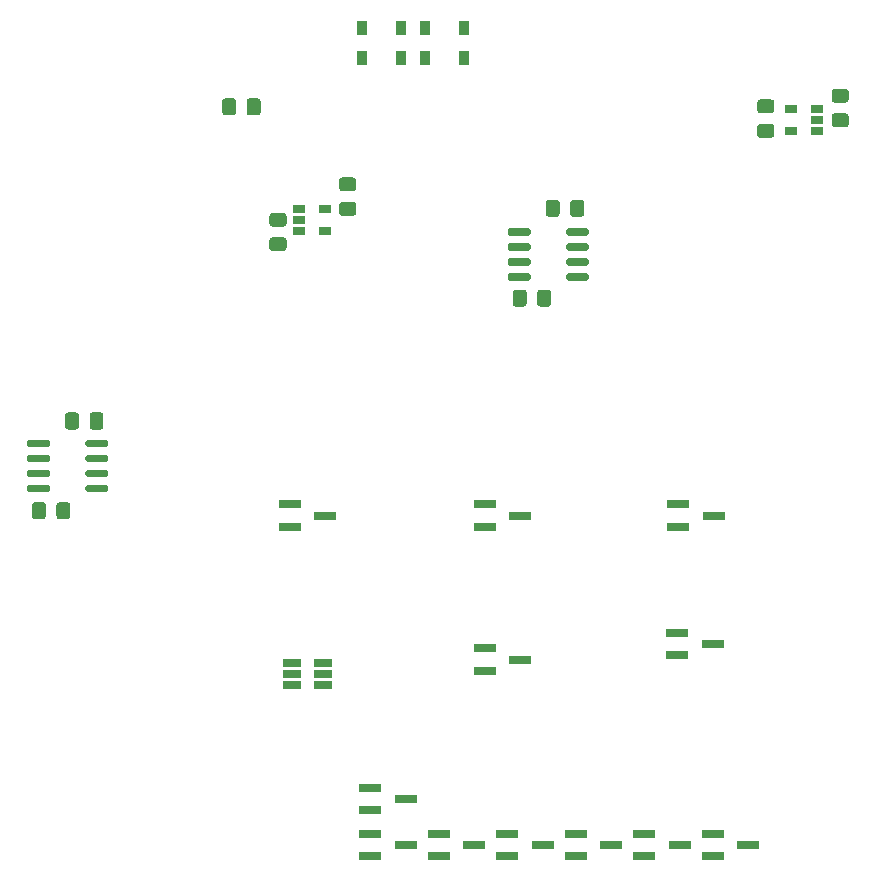
<source format=gbr>
G04 #@! TF.GenerationSoftware,KiCad,Pcbnew,(5.1.10)-1*
G04 #@! TF.CreationDate,2023-12-11T13:30:18-03:30*
G04 #@! TF.ProjectId,tight-distortion,74696768-742d-4646-9973-746f7274696f,rev?*
G04 #@! TF.SameCoordinates,Original*
G04 #@! TF.FileFunction,Paste,Top*
G04 #@! TF.FilePolarity,Positive*
%FSLAX46Y46*%
G04 Gerber Fmt 4.6, Leading zero omitted, Abs format (unit mm)*
G04 Created by KiCad (PCBNEW (5.1.10)-1) date 2023-12-11 13:30:18*
%MOMM*%
%LPD*%
G01*
G04 APERTURE LIST*
%ADD10R,0.900000X1.200000*%
%ADD11R,1.900000X0.800000*%
%ADD12R,1.560000X0.650000*%
%ADD13R,1.060000X0.650000*%
G04 APERTURE END LIST*
G04 #@! TO.C,C41*
G36*
G01*
X-37675000Y6475000D02*
X-37675000Y5525000D01*
G75*
G02*
X-37925000Y5275000I-250000J0D01*
G01*
X-38600000Y5275000D01*
G75*
G02*
X-38850000Y5525000I0J250000D01*
G01*
X-38850000Y6475000D01*
G75*
G02*
X-38600000Y6725000I250000J0D01*
G01*
X-37925000Y6725000D01*
G75*
G02*
X-37675000Y6475000I0J-250000D01*
G01*
G37*
G36*
G01*
X-39750000Y6475000D02*
X-39750000Y5525000D01*
G75*
G02*
X-40000000Y5275000I-250000J0D01*
G01*
X-40675000Y5275000D01*
G75*
G02*
X-40925000Y5525000I0J250000D01*
G01*
X-40925000Y6475000D01*
G75*
G02*
X-40675000Y6725000I250000J0D01*
G01*
X-40000000Y6725000D01*
G75*
G02*
X-39750000Y6475000I0J-250000D01*
G01*
G37*
G04 #@! TD*
G04 #@! TO.C,C42*
G36*
G01*
X-42550000Y-1125000D02*
X-42550000Y-2075000D01*
G75*
G02*
X-42800000Y-2325000I-250000J0D01*
G01*
X-43475000Y-2325000D01*
G75*
G02*
X-43725000Y-2075000I0J250000D01*
G01*
X-43725000Y-1125000D01*
G75*
G02*
X-43475000Y-875000I250000J0D01*
G01*
X-42800000Y-875000D01*
G75*
G02*
X-42550000Y-1125000I0J-250000D01*
G01*
G37*
G36*
G01*
X-40475000Y-1125000D02*
X-40475000Y-2075000D01*
G75*
G02*
X-40725000Y-2325000I-250000J0D01*
G01*
X-41400000Y-2325000D01*
G75*
G02*
X-41650000Y-2075000I0J250000D01*
G01*
X-41650000Y-1125000D01*
G75*
G02*
X-41400000Y-875000I250000J0D01*
G01*
X-40725000Y-875000D01*
G75*
G02*
X-40475000Y-1125000I0J-250000D01*
G01*
G37*
G04 #@! TD*
G04 #@! TO.C,C43*
G36*
G01*
X3025000Y24475000D02*
X3025000Y23525000D01*
G75*
G02*
X2775000Y23275000I-250000J0D01*
G01*
X2100000Y23275000D01*
G75*
G02*
X1850000Y23525000I0J250000D01*
G01*
X1850000Y24475000D01*
G75*
G02*
X2100000Y24725000I250000J0D01*
G01*
X2775000Y24725000D01*
G75*
G02*
X3025000Y24475000I0J-250000D01*
G01*
G37*
G36*
G01*
X950000Y24475000D02*
X950000Y23525000D01*
G75*
G02*
X700000Y23275000I-250000J0D01*
G01*
X25000Y23275000D01*
G75*
G02*
X-225000Y23525000I0J250000D01*
G01*
X-225000Y24475000D01*
G75*
G02*
X25000Y24725000I250000J0D01*
G01*
X700000Y24725000D01*
G75*
G02*
X950000Y24475000I0J-250000D01*
G01*
G37*
G04 #@! TD*
G04 #@! TO.C,C44*
G36*
G01*
X-1850000Y16875000D02*
X-1850000Y15925000D01*
G75*
G02*
X-2100000Y15675000I-250000J0D01*
G01*
X-2775000Y15675000D01*
G75*
G02*
X-3025000Y15925000I0J250000D01*
G01*
X-3025000Y16875000D01*
G75*
G02*
X-2775000Y17125000I250000J0D01*
G01*
X-2100000Y17125000D01*
G75*
G02*
X-1850000Y16875000I0J-250000D01*
G01*
G37*
G36*
G01*
X225000Y16875000D02*
X225000Y15925000D01*
G75*
G02*
X-25000Y15675000I-250000J0D01*
G01*
X-700000Y15675000D01*
G75*
G02*
X-950000Y15925000I0J250000D01*
G01*
X-950000Y16875000D01*
G75*
G02*
X-700000Y17125000I250000J0D01*
G01*
X-25000Y17125000D01*
G75*
G02*
X225000Y16875000I0J-250000D01*
G01*
G37*
G04 #@! TD*
G04 #@! TO.C,C45*
G36*
G01*
X-16525000Y23375000D02*
X-17475000Y23375000D01*
G75*
G02*
X-17725000Y23625000I0J250000D01*
G01*
X-17725000Y24300000D01*
G75*
G02*
X-17475000Y24550000I250000J0D01*
G01*
X-16525000Y24550000D01*
G75*
G02*
X-16275000Y24300000I0J-250000D01*
G01*
X-16275000Y23625000D01*
G75*
G02*
X-16525000Y23375000I-250000J0D01*
G01*
G37*
G36*
G01*
X-16525000Y25450000D02*
X-17475000Y25450000D01*
G75*
G02*
X-17725000Y25700000I0J250000D01*
G01*
X-17725000Y26375000D01*
G75*
G02*
X-17475000Y26625000I250000J0D01*
G01*
X-16525000Y26625000D01*
G75*
G02*
X-16275000Y26375000I0J-250000D01*
G01*
X-16275000Y25700000D01*
G75*
G02*
X-16525000Y25450000I-250000J0D01*
G01*
G37*
G04 #@! TD*
G04 #@! TO.C,C46*
G36*
G01*
X-22425000Y22450000D02*
X-23375000Y22450000D01*
G75*
G02*
X-23625000Y22700000I0J250000D01*
G01*
X-23625000Y23375000D01*
G75*
G02*
X-23375000Y23625000I250000J0D01*
G01*
X-22425000Y23625000D01*
G75*
G02*
X-22175000Y23375000I0J-250000D01*
G01*
X-22175000Y22700000D01*
G75*
G02*
X-22425000Y22450000I-250000J0D01*
G01*
G37*
G36*
G01*
X-22425000Y20375000D02*
X-23375000Y20375000D01*
G75*
G02*
X-23625000Y20625000I0J250000D01*
G01*
X-23625000Y21300000D01*
G75*
G02*
X-23375000Y21550000I250000J0D01*
G01*
X-22425000Y21550000D01*
G75*
G02*
X-22175000Y21300000I0J-250000D01*
G01*
X-22175000Y20625000D01*
G75*
G02*
X-22425000Y20375000I-250000J0D01*
G01*
G37*
G04 #@! TD*
G04 #@! TO.C,C47*
G36*
G01*
X18875000Y29975000D02*
X17925000Y29975000D01*
G75*
G02*
X17675000Y30225000I0J250000D01*
G01*
X17675000Y30900000D01*
G75*
G02*
X17925000Y31150000I250000J0D01*
G01*
X18875000Y31150000D01*
G75*
G02*
X19125000Y30900000I0J-250000D01*
G01*
X19125000Y30225000D01*
G75*
G02*
X18875000Y29975000I-250000J0D01*
G01*
G37*
G36*
G01*
X18875000Y32050000D02*
X17925000Y32050000D01*
G75*
G02*
X17675000Y32300000I0J250000D01*
G01*
X17675000Y32975000D01*
G75*
G02*
X17925000Y33225000I250000J0D01*
G01*
X18875000Y33225000D01*
G75*
G02*
X19125000Y32975000I0J-250000D01*
G01*
X19125000Y32300000D01*
G75*
G02*
X18875000Y32050000I-250000J0D01*
G01*
G37*
G04 #@! TD*
G04 #@! TO.C,C48*
G36*
G01*
X24225000Y32050000D02*
X25175000Y32050000D01*
G75*
G02*
X25425000Y31800000I0J-250000D01*
G01*
X25425000Y31125000D01*
G75*
G02*
X25175000Y30875000I-250000J0D01*
G01*
X24225000Y30875000D01*
G75*
G02*
X23975000Y31125000I0J250000D01*
G01*
X23975000Y31800000D01*
G75*
G02*
X24225000Y32050000I250000J0D01*
G01*
G37*
G36*
G01*
X24225000Y34125000D02*
X25175000Y34125000D01*
G75*
G02*
X25425000Y33875000I0J-250000D01*
G01*
X25425000Y33200000D01*
G75*
G02*
X25175000Y32950000I-250000J0D01*
G01*
X24225000Y32950000D01*
G75*
G02*
X23975000Y33200000I0J250000D01*
G01*
X23975000Y33875000D01*
G75*
G02*
X24225000Y34125000I250000J0D01*
G01*
G37*
G04 #@! TD*
D10*
G04 #@! TO.C,D1*
X-7150000Y39300000D03*
X-10450000Y39300000D03*
G04 #@! TD*
G04 #@! TO.C,D2*
X-10450000Y36700000D03*
X-7150000Y36700000D03*
G04 #@! TD*
G04 #@! TO.C,D3*
X-15750000Y39300000D03*
X-12450000Y39300000D03*
G04 #@! TD*
G04 #@! TO.C,D4*
X-12450000Y36700000D03*
X-15750000Y36700000D03*
G04 #@! TD*
D11*
G04 #@! TO.C,Q1*
X14000000Y-2000000D03*
X11000000Y-2950000D03*
X11000000Y-1050000D03*
G04 #@! TD*
G04 #@! TO.C,Q2*
X13900000Y-12900000D03*
X10900000Y-13850000D03*
X10900000Y-11950000D03*
G04 #@! TD*
G04 #@! TO.C,Q3*
X-5400000Y-1050000D03*
X-5400000Y-2950000D03*
X-2400000Y-2000000D03*
G04 #@! TD*
G04 #@! TO.C,Q4*
X-5400000Y-13250000D03*
X-5400000Y-15150000D03*
X-2400000Y-14200000D03*
G04 #@! TD*
G04 #@! TO.C,Q5*
X-21900000Y-1050000D03*
X-21900000Y-2950000D03*
X-18900000Y-2000000D03*
G04 #@! TD*
D12*
G04 #@! TO.C,Q6*
X-21750000Y-14450000D03*
X-21750000Y-15400000D03*
X-21750000Y-16350000D03*
X-19050000Y-16350000D03*
X-19050000Y-14450000D03*
X-19050000Y-15400000D03*
G04 #@! TD*
D11*
G04 #@! TO.C,Q7*
X-12100000Y-29900000D03*
X-15100000Y-30850000D03*
X-15100000Y-28950000D03*
G04 #@! TD*
G04 #@! TO.C,Q8*
X-15100000Y-25050000D03*
X-15100000Y-26950000D03*
X-12100000Y-26000000D03*
G04 #@! TD*
G04 #@! TO.C,Q9*
X13900000Y-28950000D03*
X13900000Y-30850000D03*
X16900000Y-29900000D03*
G04 #@! TD*
G04 #@! TO.C,Q10*
X11100000Y-29900000D03*
X8100000Y-30850000D03*
X8100000Y-28950000D03*
G04 #@! TD*
G04 #@! TO.C,Q11*
X5300000Y-29900000D03*
X2300000Y-30850000D03*
X2300000Y-28950000D03*
G04 #@! TD*
G04 #@! TO.C,Q12*
X-500000Y-29900000D03*
X-3500000Y-30850000D03*
X-3500000Y-28950000D03*
G04 #@! TD*
G04 #@! TO.C,Q13*
X-9300000Y-28950000D03*
X-9300000Y-30850000D03*
X-6300000Y-29900000D03*
G04 #@! TD*
G04 #@! TO.C,U1*
G36*
G01*
X1500000Y21855000D02*
X1500000Y22155000D01*
G75*
G02*
X1650000Y22305000I150000J0D01*
G01*
X3300000Y22305000D01*
G75*
G02*
X3450000Y22155000I0J-150000D01*
G01*
X3450000Y21855000D01*
G75*
G02*
X3300000Y21705000I-150000J0D01*
G01*
X1650000Y21705000D01*
G75*
G02*
X1500000Y21855000I0J150000D01*
G01*
G37*
G36*
G01*
X1500000Y20585000D02*
X1500000Y20885000D01*
G75*
G02*
X1650000Y21035000I150000J0D01*
G01*
X3300000Y21035000D01*
G75*
G02*
X3450000Y20885000I0J-150000D01*
G01*
X3450000Y20585000D01*
G75*
G02*
X3300000Y20435000I-150000J0D01*
G01*
X1650000Y20435000D01*
G75*
G02*
X1500000Y20585000I0J150000D01*
G01*
G37*
G36*
G01*
X1500000Y19315000D02*
X1500000Y19615000D01*
G75*
G02*
X1650000Y19765000I150000J0D01*
G01*
X3300000Y19765000D01*
G75*
G02*
X3450000Y19615000I0J-150000D01*
G01*
X3450000Y19315000D01*
G75*
G02*
X3300000Y19165000I-150000J0D01*
G01*
X1650000Y19165000D01*
G75*
G02*
X1500000Y19315000I0J150000D01*
G01*
G37*
G36*
G01*
X1500000Y18045000D02*
X1500000Y18345000D01*
G75*
G02*
X1650000Y18495000I150000J0D01*
G01*
X3300000Y18495000D01*
G75*
G02*
X3450000Y18345000I0J-150000D01*
G01*
X3450000Y18045000D01*
G75*
G02*
X3300000Y17895000I-150000J0D01*
G01*
X1650000Y17895000D01*
G75*
G02*
X1500000Y18045000I0J150000D01*
G01*
G37*
G36*
G01*
X-3450000Y18045000D02*
X-3450000Y18345000D01*
G75*
G02*
X-3300000Y18495000I150000J0D01*
G01*
X-1650000Y18495000D01*
G75*
G02*
X-1500000Y18345000I0J-150000D01*
G01*
X-1500000Y18045000D01*
G75*
G02*
X-1650000Y17895000I-150000J0D01*
G01*
X-3300000Y17895000D01*
G75*
G02*
X-3450000Y18045000I0J150000D01*
G01*
G37*
G36*
G01*
X-3450000Y19315000D02*
X-3450000Y19615000D01*
G75*
G02*
X-3300000Y19765000I150000J0D01*
G01*
X-1650000Y19765000D01*
G75*
G02*
X-1500000Y19615000I0J-150000D01*
G01*
X-1500000Y19315000D01*
G75*
G02*
X-1650000Y19165000I-150000J0D01*
G01*
X-3300000Y19165000D01*
G75*
G02*
X-3450000Y19315000I0J150000D01*
G01*
G37*
G36*
G01*
X-3450000Y20585000D02*
X-3450000Y20885000D01*
G75*
G02*
X-3300000Y21035000I150000J0D01*
G01*
X-1650000Y21035000D01*
G75*
G02*
X-1500000Y20885000I0J-150000D01*
G01*
X-1500000Y20585000D01*
G75*
G02*
X-1650000Y20435000I-150000J0D01*
G01*
X-3300000Y20435000D01*
G75*
G02*
X-3450000Y20585000I0J150000D01*
G01*
G37*
G36*
G01*
X-3450000Y21855000D02*
X-3450000Y22155000D01*
G75*
G02*
X-3300000Y22305000I150000J0D01*
G01*
X-1650000Y22305000D01*
G75*
G02*
X-1500000Y22155000I0J-150000D01*
G01*
X-1500000Y21855000D01*
G75*
G02*
X-1650000Y21705000I-150000J0D01*
G01*
X-3300000Y21705000D01*
G75*
G02*
X-3450000Y21855000I0J150000D01*
G01*
G37*
G04 #@! TD*
D13*
G04 #@! TO.C,U2*
X-18900000Y23950000D03*
X-18900000Y22050000D03*
X-21100000Y22050000D03*
X-21100000Y23000000D03*
X-21100000Y23950000D03*
G04 #@! TD*
G04 #@! TO.C,U3*
G36*
G01*
X-44150000Y3955000D02*
X-44150000Y4255000D01*
G75*
G02*
X-44000000Y4405000I150000J0D01*
G01*
X-42350000Y4405000D01*
G75*
G02*
X-42200000Y4255000I0J-150000D01*
G01*
X-42200000Y3955000D01*
G75*
G02*
X-42350000Y3805000I-150000J0D01*
G01*
X-44000000Y3805000D01*
G75*
G02*
X-44150000Y3955000I0J150000D01*
G01*
G37*
G36*
G01*
X-44150000Y2685000D02*
X-44150000Y2985000D01*
G75*
G02*
X-44000000Y3135000I150000J0D01*
G01*
X-42350000Y3135000D01*
G75*
G02*
X-42200000Y2985000I0J-150000D01*
G01*
X-42200000Y2685000D01*
G75*
G02*
X-42350000Y2535000I-150000J0D01*
G01*
X-44000000Y2535000D01*
G75*
G02*
X-44150000Y2685000I0J150000D01*
G01*
G37*
G36*
G01*
X-44150000Y1415000D02*
X-44150000Y1715000D01*
G75*
G02*
X-44000000Y1865000I150000J0D01*
G01*
X-42350000Y1865000D01*
G75*
G02*
X-42200000Y1715000I0J-150000D01*
G01*
X-42200000Y1415000D01*
G75*
G02*
X-42350000Y1265000I-150000J0D01*
G01*
X-44000000Y1265000D01*
G75*
G02*
X-44150000Y1415000I0J150000D01*
G01*
G37*
G36*
G01*
X-44150000Y145000D02*
X-44150000Y445000D01*
G75*
G02*
X-44000000Y595000I150000J0D01*
G01*
X-42350000Y595000D01*
G75*
G02*
X-42200000Y445000I0J-150000D01*
G01*
X-42200000Y145000D01*
G75*
G02*
X-42350000Y-5000I-150000J0D01*
G01*
X-44000000Y-5000D01*
G75*
G02*
X-44150000Y145000I0J150000D01*
G01*
G37*
G36*
G01*
X-39200000Y145000D02*
X-39200000Y445000D01*
G75*
G02*
X-39050000Y595000I150000J0D01*
G01*
X-37400000Y595000D01*
G75*
G02*
X-37250000Y445000I0J-150000D01*
G01*
X-37250000Y145000D01*
G75*
G02*
X-37400000Y-5000I-150000J0D01*
G01*
X-39050000Y-5000D01*
G75*
G02*
X-39200000Y145000I0J150000D01*
G01*
G37*
G36*
G01*
X-39200000Y1415000D02*
X-39200000Y1715000D01*
G75*
G02*
X-39050000Y1865000I150000J0D01*
G01*
X-37400000Y1865000D01*
G75*
G02*
X-37250000Y1715000I0J-150000D01*
G01*
X-37250000Y1415000D01*
G75*
G02*
X-37400000Y1265000I-150000J0D01*
G01*
X-39050000Y1265000D01*
G75*
G02*
X-39200000Y1415000I0J150000D01*
G01*
G37*
G36*
G01*
X-39200000Y2685000D02*
X-39200000Y2985000D01*
G75*
G02*
X-39050000Y3135000I150000J0D01*
G01*
X-37400000Y3135000D01*
G75*
G02*
X-37250000Y2985000I0J-150000D01*
G01*
X-37250000Y2685000D01*
G75*
G02*
X-37400000Y2535000I-150000J0D01*
G01*
X-39050000Y2535000D01*
G75*
G02*
X-39200000Y2685000I0J150000D01*
G01*
G37*
G36*
G01*
X-39200000Y3955000D02*
X-39200000Y4255000D01*
G75*
G02*
X-39050000Y4405000I150000J0D01*
G01*
X-37400000Y4405000D01*
G75*
G02*
X-37250000Y4255000I0J-150000D01*
G01*
X-37250000Y3955000D01*
G75*
G02*
X-37400000Y3805000I-150000J0D01*
G01*
X-39050000Y3805000D01*
G75*
G02*
X-39200000Y3955000I0J150000D01*
G01*
G37*
G04 #@! TD*
G04 #@! TO.C,U4*
X22700000Y30550000D03*
X22700000Y31500000D03*
X22700000Y32450000D03*
X20500000Y32450000D03*
X20500000Y30550000D03*
G04 #@! TD*
G04 #@! TO.C,C49*
G36*
G01*
X-24375000Y33075000D02*
X-24375000Y32125000D01*
G75*
G02*
X-24625000Y31875000I-250000J0D01*
G01*
X-25300000Y31875000D01*
G75*
G02*
X-25550000Y32125000I0J250000D01*
G01*
X-25550000Y33075000D01*
G75*
G02*
X-25300000Y33325000I250000J0D01*
G01*
X-24625000Y33325000D01*
G75*
G02*
X-24375000Y33075000I0J-250000D01*
G01*
G37*
G36*
G01*
X-26450000Y33075000D02*
X-26450000Y32125000D01*
G75*
G02*
X-26700000Y31875000I-250000J0D01*
G01*
X-27375000Y31875000D01*
G75*
G02*
X-27625000Y32125000I0J250000D01*
G01*
X-27625000Y33075000D01*
G75*
G02*
X-27375000Y33325000I250000J0D01*
G01*
X-26700000Y33325000D01*
G75*
G02*
X-26450000Y33075000I0J-250000D01*
G01*
G37*
G04 #@! TD*
M02*

</source>
